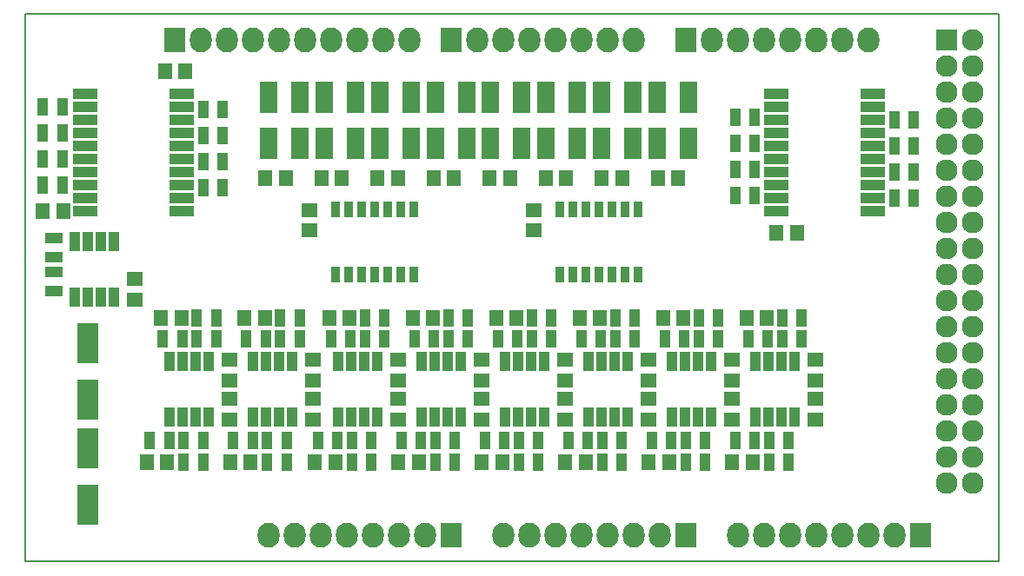
<source format=gbr>
G04 #@! TF.FileFunction,Soldermask,Top*
%FSLAX46Y46*%
G04 Gerber Fmt 4.6, Leading zero omitted, Abs format (unit mm)*
G04 Created by KiCad (PCBNEW 4.0.5+dfsg1-4) date Sun Mar 19 16:59:55 2017*
%MOMM*%
%LPD*%
G01*
G04 APERTURE LIST*
%ADD10C,0.020000*%
%ADD11C,0.150000*%
%ADD12R,2.000200X3.999180*%
%ADD13R,1.400000X1.650000*%
%ADD14R,1.650000X1.400000*%
%ADD15R,2.127200X2.432000*%
%ADD16O,2.127200X2.432000*%
%ADD17R,1.100000X1.700000*%
%ADD18R,1.700000X1.100000*%
%ADD19R,2.350000X1.000000*%
%ADD20R,0.908000X1.543000*%
%ADD21R,1.000000X1.950000*%
%ADD22R,1.750000X3.150000*%
%ADD23R,2.127200X2.127200*%
%ADD24O,2.127200X2.127200*%
G04 APERTURE END LIST*
D10*
D11*
X56261000Y-73660000D02*
X56261000Y-20320000D01*
X151130000Y-73660000D02*
X56261000Y-73660000D01*
X151130000Y-20320000D02*
X151130000Y-73660000D01*
X56261000Y-20320000D02*
X151130000Y-20320000D01*
D12*
X62357000Y-52367180D03*
X62357000Y-57868820D03*
X62357000Y-62654180D03*
X62357000Y-68155820D03*
D13*
X71866000Y-25908000D03*
X69866000Y-25908000D03*
D14*
X76200000Y-59801000D03*
X76200000Y-57801000D03*
D13*
X129429000Y-41656000D03*
X131429000Y-41656000D03*
D14*
X84328000Y-59801000D03*
X84328000Y-57801000D03*
X83947000Y-39386000D03*
X83947000Y-41386000D03*
X92583000Y-59801000D03*
X92583000Y-57801000D03*
X105791000Y-39386000D03*
X105791000Y-41386000D03*
X100711000Y-59801000D03*
X100711000Y-57801000D03*
X108839000Y-59801000D03*
X108839000Y-57801000D03*
X116967000Y-59801000D03*
X116967000Y-57801000D03*
X125095000Y-59801000D03*
X125095000Y-57801000D03*
X133223000Y-59801000D03*
X133223000Y-57801000D03*
D13*
X79645000Y-36322000D03*
X81645000Y-36322000D03*
X85106000Y-36322000D03*
X87106000Y-36322000D03*
X90567000Y-36322000D03*
X92567000Y-36322000D03*
X96028000Y-36322000D03*
X98028000Y-36322000D03*
X101489000Y-36322000D03*
X103489000Y-36322000D03*
X106950000Y-36322000D03*
X108950000Y-36322000D03*
X112411000Y-36322000D03*
X114411000Y-36322000D03*
X117872000Y-36322000D03*
X119872000Y-36322000D03*
X69485000Y-49911000D03*
X71485000Y-49911000D03*
X77613000Y-49911000D03*
X79613000Y-49911000D03*
X85868000Y-49911000D03*
X87868000Y-49911000D03*
X93996000Y-49911000D03*
X95996000Y-49911000D03*
X102124000Y-49911000D03*
X104124000Y-49911000D03*
X110252000Y-49911000D03*
X112252000Y-49911000D03*
X118380000Y-49911000D03*
X120380000Y-49911000D03*
X126508000Y-49911000D03*
X128508000Y-49911000D03*
D14*
X76200000Y-53991000D03*
X76200000Y-55991000D03*
X84328000Y-53991000D03*
X84328000Y-55991000D03*
X92583000Y-53991000D03*
X92583000Y-55991000D03*
X100711000Y-53991000D03*
X100711000Y-55991000D03*
X108839000Y-53991000D03*
X108839000Y-55991000D03*
X116967000Y-53991000D03*
X116967000Y-55991000D03*
X125095000Y-53991000D03*
X125095000Y-55991000D03*
X133223000Y-53991000D03*
X133223000Y-55991000D03*
D13*
X68088000Y-64008000D03*
X70088000Y-64008000D03*
X76216000Y-64008000D03*
X78216000Y-64008000D03*
X84471000Y-64008000D03*
X86471000Y-64008000D03*
X92599000Y-64008000D03*
X94599000Y-64008000D03*
X100727000Y-64008000D03*
X102727000Y-64008000D03*
X108855000Y-64008000D03*
X110855000Y-64008000D03*
X116983000Y-64008000D03*
X118983000Y-64008000D03*
X125111000Y-64008000D03*
X127111000Y-64008000D03*
D15*
X70866000Y-22860000D03*
D16*
X73406000Y-22860000D03*
X75946000Y-22860000D03*
X78486000Y-22860000D03*
X81026000Y-22860000D03*
X83566000Y-22860000D03*
X86106000Y-22860000D03*
X88646000Y-22860000D03*
X91186000Y-22860000D03*
X93726000Y-22860000D03*
D17*
X57978000Y-29337000D03*
X59878000Y-29337000D03*
X142809000Y-38227000D03*
X140909000Y-38227000D03*
X57978000Y-31877000D03*
X59878000Y-31877000D03*
X142809000Y-35687000D03*
X140909000Y-35687000D03*
X57978000Y-34417000D03*
X59878000Y-34417000D03*
X142809000Y-33147000D03*
X140909000Y-33147000D03*
X57978000Y-36957000D03*
X59878000Y-36957000D03*
X142809000Y-30607000D03*
X140909000Y-30607000D03*
X73599000Y-37211000D03*
X75499000Y-37211000D03*
X73599000Y-34671000D03*
X75499000Y-34671000D03*
X73599000Y-32131000D03*
X75499000Y-32131000D03*
X73599000Y-29591000D03*
X75499000Y-29591000D03*
X127315000Y-30353000D03*
X125415000Y-30353000D03*
X127315000Y-32893000D03*
X125415000Y-32893000D03*
X127315000Y-35433000D03*
X125415000Y-35433000D03*
X127315000Y-37973000D03*
X125415000Y-37973000D03*
X72964000Y-49911000D03*
X74864000Y-49911000D03*
X71562000Y-51943000D03*
X69662000Y-51943000D03*
X81092000Y-49911000D03*
X82992000Y-49911000D03*
X79690000Y-51943000D03*
X77790000Y-51943000D03*
X89347000Y-49911000D03*
X91247000Y-49911000D03*
X87945000Y-51943000D03*
X86045000Y-51943000D03*
X97475000Y-49911000D03*
X99375000Y-49911000D03*
X96073000Y-51943000D03*
X94173000Y-51943000D03*
X105603000Y-49911000D03*
X107503000Y-49911000D03*
X104201000Y-51943000D03*
X102301000Y-51943000D03*
X113731000Y-49911000D03*
X115631000Y-49911000D03*
X112329000Y-51943000D03*
X110429000Y-51943000D03*
X121859000Y-49911000D03*
X123759000Y-49911000D03*
X120457000Y-51943000D03*
X118557000Y-51943000D03*
X129987000Y-49911000D03*
X131887000Y-49911000D03*
X128585000Y-51943000D03*
X126685000Y-51943000D03*
X74864000Y-51943000D03*
X72964000Y-51943000D03*
X82992000Y-51943000D03*
X81092000Y-51943000D03*
X91247000Y-51943000D03*
X89347000Y-51943000D03*
X99375000Y-51943000D03*
X97475000Y-51943000D03*
X107503000Y-51943000D03*
X105603000Y-51943000D03*
X115631000Y-51943000D03*
X113731000Y-51943000D03*
X123759000Y-51943000D03*
X121859000Y-51943000D03*
X131887000Y-51943000D03*
X129987000Y-51943000D03*
X71694000Y-61849000D03*
X73594000Y-61849000D03*
X70292000Y-61849000D03*
X68392000Y-61849000D03*
X79822000Y-61849000D03*
X81722000Y-61849000D03*
X78420000Y-61849000D03*
X76520000Y-61849000D03*
X88077000Y-61849000D03*
X89977000Y-61849000D03*
X86675000Y-61849000D03*
X84775000Y-61849000D03*
X96205000Y-61849000D03*
X98105000Y-61849000D03*
X94803000Y-61849000D03*
X92903000Y-61849000D03*
X104333000Y-61849000D03*
X106233000Y-61849000D03*
X102931000Y-61849000D03*
X101031000Y-61849000D03*
X112461000Y-61849000D03*
X114361000Y-61849000D03*
X111059000Y-61849000D03*
X109159000Y-61849000D03*
X120589000Y-61849000D03*
X122489000Y-61849000D03*
X119187000Y-61849000D03*
X117287000Y-61849000D03*
X128717000Y-61849000D03*
X130617000Y-61849000D03*
X127315000Y-61849000D03*
X125415000Y-61849000D03*
X73594000Y-64008000D03*
X71694000Y-64008000D03*
X81722000Y-64008000D03*
X79822000Y-64008000D03*
X89977000Y-64008000D03*
X88077000Y-64008000D03*
X98105000Y-64008000D03*
X96205000Y-64008000D03*
X106233000Y-64008000D03*
X104333000Y-64008000D03*
X114361000Y-64008000D03*
X112461000Y-64008000D03*
X122489000Y-64008000D03*
X120589000Y-64008000D03*
X130617000Y-64008000D03*
X128717000Y-64008000D03*
D18*
X59055000Y-45405000D03*
X59055000Y-47305000D03*
X59055000Y-42103000D03*
X59055000Y-44003000D03*
D19*
X62102000Y-28067000D03*
X62102000Y-29337000D03*
X62102000Y-30607000D03*
X62102000Y-31877000D03*
X62102000Y-33147000D03*
X62102000Y-34417000D03*
X62102000Y-35687000D03*
X62102000Y-36957000D03*
X62102000Y-38227000D03*
X62102000Y-39497000D03*
X71502000Y-39497000D03*
X71502000Y-38227000D03*
X71502000Y-36957000D03*
X71502000Y-35687000D03*
X71502000Y-34417000D03*
X71502000Y-33147000D03*
X71502000Y-31877000D03*
X71502000Y-30607000D03*
X71502000Y-29337000D03*
X71502000Y-28067000D03*
X138812000Y-39497000D03*
X138812000Y-38227000D03*
X138812000Y-36957000D03*
X138812000Y-35687000D03*
X138812000Y-34417000D03*
X138812000Y-33147000D03*
X138812000Y-31877000D03*
X138812000Y-30607000D03*
X138812000Y-29337000D03*
X138812000Y-28067000D03*
X129412000Y-28067000D03*
X129412000Y-29337000D03*
X129412000Y-30607000D03*
X129412000Y-31877000D03*
X129412000Y-33147000D03*
X129412000Y-34417000D03*
X129412000Y-35687000D03*
X129412000Y-36957000D03*
X129412000Y-38227000D03*
X129412000Y-39497000D03*
D20*
X86487000Y-45720000D03*
X87757000Y-45720000D03*
X89027000Y-45720000D03*
X90297000Y-45720000D03*
X91567000Y-45720000D03*
X92837000Y-45720000D03*
X94107000Y-45720000D03*
X94107000Y-39370000D03*
X92837000Y-39370000D03*
X90297000Y-39370000D03*
X89027000Y-39370000D03*
X87757000Y-39370000D03*
X86487000Y-39370000D03*
X91567000Y-39370000D03*
X108331000Y-45720000D03*
X109601000Y-45720000D03*
X110871000Y-45720000D03*
X112141000Y-45720000D03*
X113411000Y-45720000D03*
X114681000Y-45720000D03*
X115951000Y-45720000D03*
X115951000Y-39370000D03*
X114681000Y-39370000D03*
X112141000Y-39370000D03*
X110871000Y-39370000D03*
X109601000Y-39370000D03*
X108331000Y-39370000D03*
X113411000Y-39370000D03*
D21*
X74168000Y-54196000D03*
X72898000Y-54196000D03*
X71628000Y-54196000D03*
X70358000Y-54196000D03*
X70358000Y-59596000D03*
X71628000Y-59596000D03*
X72898000Y-59596000D03*
X74168000Y-59596000D03*
X82296000Y-54196000D03*
X81026000Y-54196000D03*
X79756000Y-54196000D03*
X78486000Y-54196000D03*
X78486000Y-59596000D03*
X79756000Y-59596000D03*
X81026000Y-59596000D03*
X82296000Y-59596000D03*
X90551000Y-54196000D03*
X89281000Y-54196000D03*
X88011000Y-54196000D03*
X86741000Y-54196000D03*
X86741000Y-59596000D03*
X88011000Y-59596000D03*
X89281000Y-59596000D03*
X90551000Y-59596000D03*
X98679000Y-54196000D03*
X97409000Y-54196000D03*
X96139000Y-54196000D03*
X94869000Y-54196000D03*
X94869000Y-59596000D03*
X96139000Y-59596000D03*
X97409000Y-59596000D03*
X98679000Y-59596000D03*
X106807000Y-54196000D03*
X105537000Y-54196000D03*
X104267000Y-54196000D03*
X102997000Y-54196000D03*
X102997000Y-59596000D03*
X104267000Y-59596000D03*
X105537000Y-59596000D03*
X106807000Y-59596000D03*
X114935000Y-54196000D03*
X113665000Y-54196000D03*
X112395000Y-54196000D03*
X111125000Y-54196000D03*
X111125000Y-59596000D03*
X112395000Y-59596000D03*
X113665000Y-59596000D03*
X114935000Y-59596000D03*
X123063000Y-54196000D03*
X121793000Y-54196000D03*
X120523000Y-54196000D03*
X119253000Y-54196000D03*
X119253000Y-59596000D03*
X120523000Y-59596000D03*
X121793000Y-59596000D03*
X123063000Y-59596000D03*
X131191000Y-54196000D03*
X129921000Y-54196000D03*
X128651000Y-54196000D03*
X127381000Y-54196000D03*
X127381000Y-59596000D03*
X128651000Y-59596000D03*
X129921000Y-59596000D03*
X131191000Y-59596000D03*
X64897000Y-42512000D03*
X63627000Y-42512000D03*
X62357000Y-42512000D03*
X61087000Y-42512000D03*
X61087000Y-47912000D03*
X62357000Y-47912000D03*
X63627000Y-47912000D03*
X64897000Y-47912000D03*
D22*
X79994000Y-32947000D03*
X83044000Y-32947000D03*
X83044000Y-28447000D03*
X79994000Y-28447000D03*
X85394000Y-32947000D03*
X88444000Y-32947000D03*
X88444000Y-28447000D03*
X85394000Y-28447000D03*
X90794000Y-32947000D03*
X93844000Y-32947000D03*
X93844000Y-28447000D03*
X90794000Y-28447000D03*
X96194000Y-32947000D03*
X99244000Y-32947000D03*
X99244000Y-28447000D03*
X96194000Y-28447000D03*
X101594000Y-32947000D03*
X104644000Y-32947000D03*
X104644000Y-28447000D03*
X101594000Y-28447000D03*
X106994000Y-32947000D03*
X110044000Y-32947000D03*
X110044000Y-28447000D03*
X106994000Y-28447000D03*
X112394000Y-32947000D03*
X115444000Y-32947000D03*
X115444000Y-28447000D03*
X112394000Y-28447000D03*
X117794000Y-32947000D03*
X120844000Y-32947000D03*
X120844000Y-28447000D03*
X117794000Y-28447000D03*
D15*
X97790000Y-71120000D03*
D16*
X95250000Y-71120000D03*
X92710000Y-71120000D03*
X90170000Y-71120000D03*
X87630000Y-71120000D03*
X85090000Y-71120000D03*
X82550000Y-71120000D03*
X80010000Y-71120000D03*
D15*
X97790000Y-22860000D03*
D16*
X100330000Y-22860000D03*
X102870000Y-22860000D03*
X105410000Y-22860000D03*
X107950000Y-22860000D03*
X110490000Y-22860000D03*
X113030000Y-22860000D03*
X115570000Y-22860000D03*
D15*
X120650000Y-71120000D03*
D16*
X118110000Y-71120000D03*
X115570000Y-71120000D03*
X113030000Y-71120000D03*
X110490000Y-71120000D03*
X107950000Y-71120000D03*
X105410000Y-71120000D03*
X102870000Y-71120000D03*
D15*
X120650000Y-22860000D03*
D16*
X123190000Y-22860000D03*
X125730000Y-22860000D03*
X128270000Y-22860000D03*
X130810000Y-22860000D03*
X133350000Y-22860000D03*
X135890000Y-22860000D03*
X138430000Y-22860000D03*
D15*
X143510000Y-71120000D03*
D16*
X140970000Y-71120000D03*
X138430000Y-71120000D03*
X135890000Y-71120000D03*
X133350000Y-71120000D03*
X130810000Y-71120000D03*
X128270000Y-71120000D03*
X125730000Y-71120000D03*
D23*
X146050000Y-22860000D03*
D24*
X148590000Y-22860000D03*
X146050000Y-25400000D03*
X148590000Y-25400000D03*
X146050000Y-27940000D03*
X148590000Y-27940000D03*
X146050000Y-30480000D03*
X148590000Y-30480000D03*
X146050000Y-33020000D03*
X148590000Y-33020000D03*
X146050000Y-35560000D03*
X148590000Y-35560000D03*
X146050000Y-38100000D03*
X148590000Y-38100000D03*
X146050000Y-40640000D03*
X148590000Y-40640000D03*
X146050000Y-43180000D03*
X148590000Y-43180000D03*
X146050000Y-45720000D03*
X148590000Y-45720000D03*
X146050000Y-48260000D03*
X148590000Y-48260000D03*
X146050000Y-50800000D03*
X148590000Y-50800000D03*
X146050000Y-53340000D03*
X148590000Y-53340000D03*
X146050000Y-55880000D03*
X148590000Y-55880000D03*
X146050000Y-58420000D03*
X148590000Y-58420000D03*
X146050000Y-60960000D03*
X148590000Y-60960000D03*
X146050000Y-63500000D03*
X148590000Y-63500000D03*
X146050000Y-66040000D03*
X148590000Y-66040000D03*
D14*
X66929000Y-48117000D03*
X66929000Y-46117000D03*
D13*
X60000000Y-39500000D03*
X58000000Y-39500000D03*
M02*

</source>
